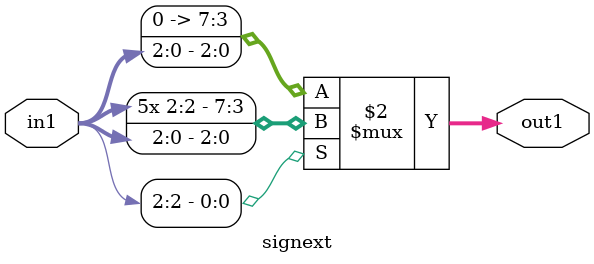
<source format=v>
module signext(
    input [2:0]in1,

	 output [7:0]out1
    );
	
	
	 assign out1 = (in1[2])?{{5{in1[2]}},in1}:in1;



endmodule

</source>
